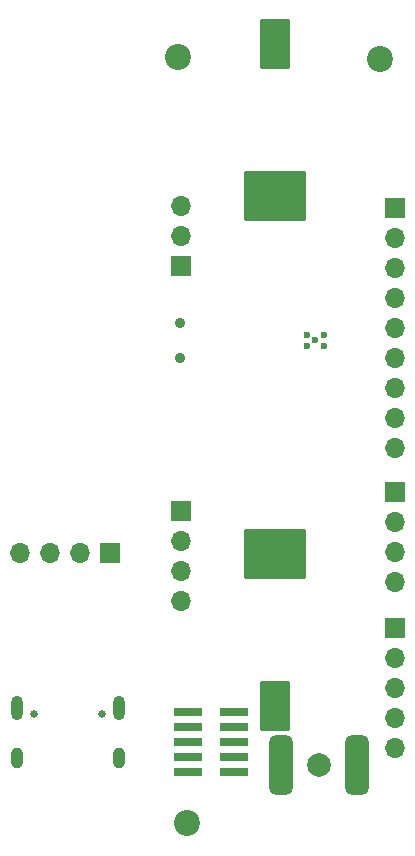
<source format=gbr>
%TF.GenerationSoftware,KiCad,Pcbnew,8.0.8*%
%TF.CreationDate,2025-05-28T20:16:55-04:00*%
%TF.ProjectId,Tiny4FSK,54696e79-3446-4534-9b2e-6b696361645f,rev?*%
%TF.SameCoordinates,Original*%
%TF.FileFunction,Soldermask,Bot*%
%TF.FilePolarity,Negative*%
%FSLAX46Y46*%
G04 Gerber Fmt 4.6, Leading zero omitted, Abs format (unit mm)*
G04 Created by KiCad (PCBNEW 8.0.8) date 2025-05-28 20:16:55*
%MOMM*%
%LPD*%
G01*
G04 APERTURE LIST*
G04 Aperture macros list*
%AMRoundRect*
0 Rectangle with rounded corners*
0 $1 Rounding radius*
0 $2 $3 $4 $5 $6 $7 $8 $9 X,Y pos of 4 corners*
0 Add a 4 corners polygon primitive as box body*
4,1,4,$2,$3,$4,$5,$6,$7,$8,$9,$2,$3,0*
0 Add four circle primitives for the rounded corners*
1,1,$1+$1,$2,$3*
1,1,$1+$1,$4,$5*
1,1,$1+$1,$6,$7*
1,1,$1+$1,$8,$9*
0 Add four rect primitives between the rounded corners*
20,1,$1+$1,$2,$3,$4,$5,0*
20,1,$1+$1,$4,$5,$6,$7,0*
20,1,$1+$1,$6,$7,$8,$9,0*
20,1,$1+$1,$8,$9,$2,$3,0*%
G04 Aperture macros list end*
%ADD10C,2.200000*%
%ADD11C,0.650000*%
%ADD12O,1.000000X2.100000*%
%ADD13O,1.000000X1.800000*%
%ADD14R,1.700000X1.700000*%
%ADD15O,1.700000X1.700000*%
%ADD16C,0.600000*%
%ADD17C,2.000000*%
%ADD18RoundRect,0.500000X0.500000X2.000000X-0.500000X2.000000X-0.500000X-2.000000X0.500000X-2.000000X0*%
%ADD19C,0.900000*%
%ADD20RoundRect,0.102000X-1.170000X1.980000X-1.170000X-1.980000X1.170000X-1.980000X1.170000X1.980000X0*%
%ADD21RoundRect,0.102000X-2.540000X1.980000X-2.540000X-1.980000X2.540000X-1.980000X2.540000X1.980000X0*%
%ADD22RoundRect,0.102000X2.540000X-1.980000X2.540000X1.980000X-2.540000X1.980000X-2.540000X-1.980000X0*%
%ADD23RoundRect,0.102000X1.170000X-1.980000X1.170000X1.980000X-1.170000X1.980000X-1.170000X-1.980000X0*%
%ADD24R,2.400000X0.740000*%
G04 APERTURE END LIST*
D10*
%TO.C,H4*%
X142740304Y-110576559D03*
%TD*%
%TO.C,H2*%
X159110000Y-45930000D03*
%TD*%
D11*
%TO.C,J7*%
X129786776Y-101405139D03*
X135566776Y-101405139D03*
D12*
X128356776Y-100905139D03*
D13*
X128356776Y-105085139D03*
D12*
X136996776Y-100905139D03*
D13*
X136996776Y-105085139D03*
%TD*%
D14*
%TO.C,J4*%
X142250000Y-84210000D03*
D15*
X142250000Y-86750000D03*
X142250000Y-89290000D03*
X142250000Y-91830000D03*
%TD*%
D14*
%TO.C,J3*%
X160380000Y-82590000D03*
D15*
X160380000Y-85130000D03*
X160380000Y-87670000D03*
X160380000Y-90210000D03*
%TD*%
D10*
%TO.C,H1*%
X142000000Y-45750000D03*
%TD*%
D14*
%TO.C,J1*%
X142294431Y-63452157D03*
D15*
X142294431Y-60912157D03*
X142294431Y-58372157D03*
%TD*%
D16*
%TO.C,U3*%
X154385000Y-69255000D03*
X152885000Y-69255000D03*
X153635000Y-69755000D03*
X154385000Y-70255000D03*
X152885000Y-70255000D03*
%TD*%
D17*
%TO.C,AE2*%
X153911023Y-105665790D03*
D18*
X150696023Y-105665790D03*
X157126023Y-105665790D03*
%TD*%
D14*
%TO.C,J2*%
X160400000Y-58580000D03*
D15*
X160400000Y-61120000D03*
X160400000Y-63660000D03*
X160400000Y-66200000D03*
X160400000Y-68740000D03*
X160400000Y-71280000D03*
X160400000Y-73820000D03*
X160400000Y-76360000D03*
X160400000Y-78900000D03*
%TD*%
D14*
%TO.C,J5*%
X136241300Y-87746215D03*
D15*
X133701300Y-87746215D03*
X131161300Y-87746215D03*
X128621300Y-87746215D03*
%TD*%
D14*
%TO.C,J6*%
X160380000Y-94065000D03*
D15*
X160380000Y-96605000D03*
X160380000Y-99145000D03*
X160380000Y-101685000D03*
X160380000Y-104225000D03*
%TD*%
D19*
%TO.C,SW1*%
X142189224Y-68250085D03*
X142189224Y-71250085D03*
%TD*%
D20*
%TO.C,BT1*%
X150200000Y-44695000D03*
D21*
X150200000Y-57545000D03*
D22*
X150200000Y-87850000D03*
D23*
X150200000Y-100700000D03*
%TD*%
D24*
%TO.C,J8*%
X146750000Y-101250000D03*
X142850000Y-101250000D03*
X146750000Y-102520000D03*
X142850000Y-102520000D03*
X146750000Y-103790000D03*
X142850000Y-103790000D03*
X146750000Y-105060000D03*
X142850000Y-105060000D03*
X146750000Y-106330000D03*
X142850000Y-106330000D03*
%TD*%
M02*

</source>
